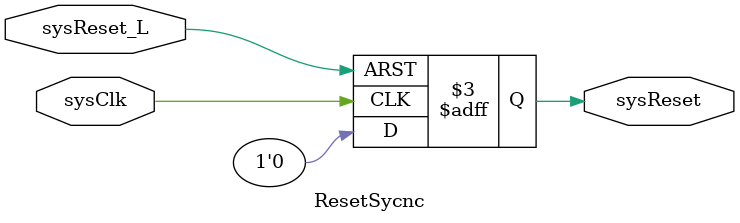
<source format=v>
`timescale 1ns / 1ns



module ResetSycnc  
	(
		input  wire             	sysClk,
		input  wire                 sysReset_L,			// active low reset synchronoise to RE AClk - asserted async.

		output reg					sysReset			// active high sysReset synchronised to sysClk
	);
   						 
						 
//================================================================================================
// Local Parameters
//================================================================================================

	
	
//=================================================================================================
// Local Declarationes
//=================================================================================================
 

//=================================================================================================
always @(posedge sysClk or negedge sysReset_L)
begin
	if( ~sysReset_L )
		sysReset <= 1'b1;			// active high reset on
	else
		sysReset <= 1'b0;			// active high reset off
end


endmodule // ResetSycnc.v

</source>
